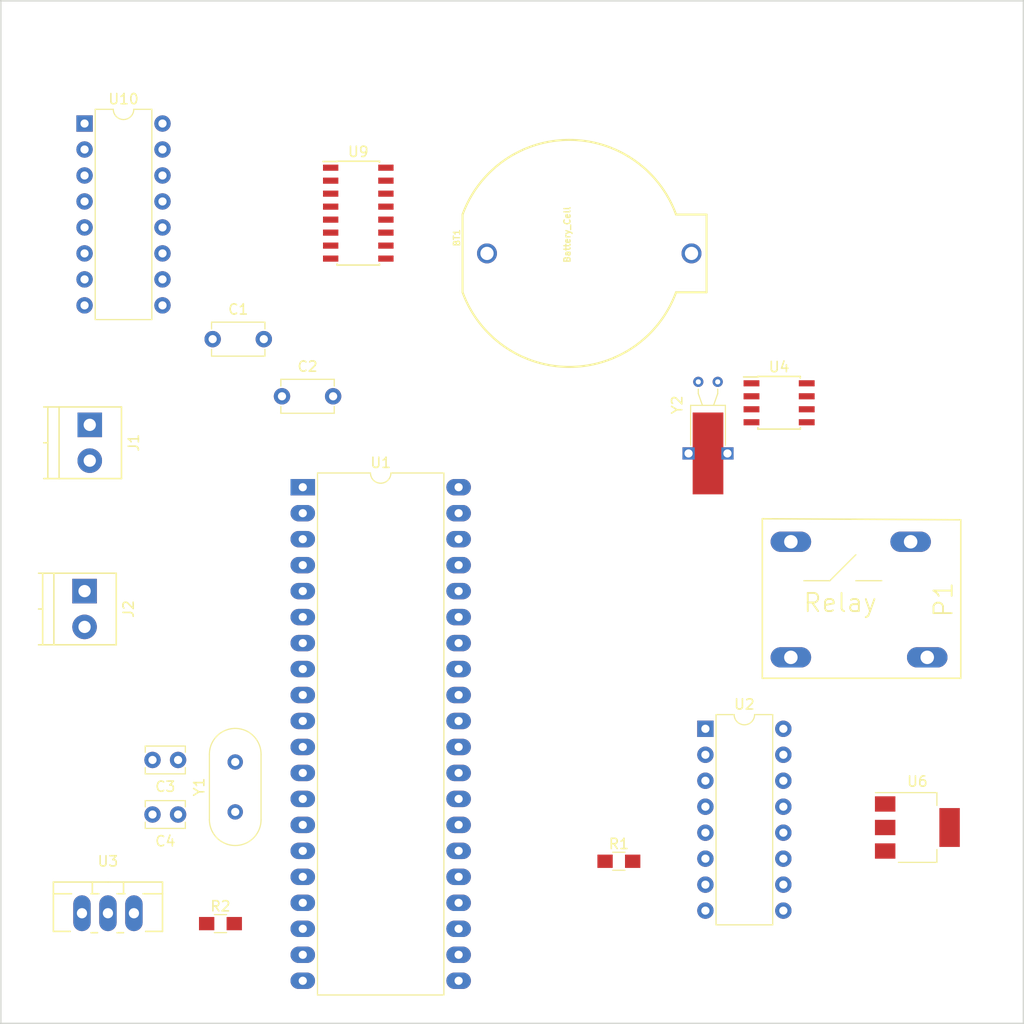
<source format=kicad_pcb>
(kicad_pcb (version 4) (host pcbnew 4.0.7-e2-6376~58~ubuntu16.04.1)

  (general
    (links 39)
    (no_connects 39)
    (area 19.924999 19.924999 120.075001 120.075001)
    (thickness 1.6)
    (drawings 4)
    (tracks 0)
    (zones 0)
    (modules 19)
    (nets 90)
  )

  (page A4)
  (layers
    (0 F.Cu signal)
    (31 B.Cu signal)
    (32 B.Adhes user)
    (33 F.Adhes user)
    (34 B.Paste user)
    (35 F.Paste user)
    (36 B.SilkS user)
    (37 F.SilkS user)
    (38 B.Mask user)
    (39 F.Mask user)
    (40 Dwgs.User user)
    (41 Cmts.User user)
    (42 Eco1.User user)
    (43 Eco2.User user)
    (44 Edge.Cuts user)
    (45 Margin user)
    (46 B.CrtYd user)
    (47 F.CrtYd user)
    (48 B.Fab user)
    (49 F.Fab user)
  )

  (setup
    (last_trace_width 0.6)
    (trace_clearance 0.6)
    (zone_clearance 0.508)
    (zone_45_only yes)
    (trace_min 0.6)
    (segment_width 0.2)
    (edge_width 0.15)
    (via_size 0.6)
    (via_drill 0.4)
    (via_min_size 0.6)
    (via_min_drill 0.3)
    (uvia_size 0.3)
    (uvia_drill 0.1)
    (uvias_allowed no)
    (uvia_min_size 0.2)
    (uvia_min_drill 0.1)
    (pcb_text_width 0.3)
    (pcb_text_size 1.5 1.5)
    (mod_edge_width 0.15)
    (mod_text_size 1 1)
    (mod_text_width 0.15)
    (pad_size 1.524 1.524)
    (pad_drill 0.762)
    (pad_to_mask_clearance 0.2)
    (aux_axis_origin 0 0)
    (visible_elements FFFFFF7F)
    (pcbplotparams
      (layerselection 0x00030_80000001)
      (usegerberextensions false)
      (excludeedgelayer true)
      (linewidth 0.100000)
      (plotframeref false)
      (viasonmask false)
      (mode 1)
      (useauxorigin false)
      (hpglpennumber 1)
      (hpglpenspeed 20)
      (hpglpendiameter 15)
      (hpglpenoverlay 2)
      (psnegative false)
      (psa4output false)
      (plotreference true)
      (plotvalue true)
      (plotinvisibletext false)
      (padsonsilk false)
      (subtractmaskfromsilk false)
      (outputformat 1)
      (mirror false)
      (drillshape 1)
      (scaleselection 1)
      (outputdirectory ""))
  )

  (net 0 "")
  (net 1 "Net-(U1-Pad1)")
  (net 2 "Net-(U1-Pad21)")
  (net 3 "Net-(U1-Pad2)")
  (net 4 "Net-(U1-Pad3)")
  (net 5 "Net-(U1-Pad4)")
  (net 6 "Net-(U1-Pad24)")
  (net 7 "Net-(U1-Pad5)")
  (net 8 "Net-(U1-Pad25)")
  (net 9 "Net-(U1-Pad6)")
  (net 10 "Net-(U1-Pad26)")
  (net 11 "Net-(U1-Pad7)")
  (net 12 "Net-(U1-Pad27)")
  (net 13 "Net-(U1-Pad8)")
  (net 14 "Net-(U1-Pad28)")
  (net 15 "Net-(U1-Pad9)")
  (net 16 "Net-(U1-Pad29)")
  (net 17 "Net-(U1-Pad32)")
  (net 18 "Net-(U1-Pad33)")
  (net 19 "Net-(U1-Pad14)")
  (net 20 "Net-(U1-Pad34)")
  (net 21 "Net-(U1-Pad15)")
  (net 22 "Net-(U1-Pad35)")
  (net 23 "Net-(U1-Pad16)")
  (net 24 "Net-(U1-Pad36)")
  (net 25 "Net-(U1-Pad17)")
  (net 26 "Net-(U1-Pad37)")
  (net 27 "Net-(U1-Pad18)")
  (net 28 "Net-(U1-Pad38)")
  (net 29 "Net-(U1-Pad19)")
  (net 30 "Net-(U1-Pad39)")
  (net 31 "Net-(U1-Pad20)")
  (net 32 "Net-(U1-Pad40)")
  (net 33 "Net-(U2-Pad10)")
  (net 34 "Net-(U2-Pad3)")
  (net 35 "Net-(U2-Pad11)")
  (net 36 "Net-(U2-Pad4)")
  (net 37 "Net-(U2-Pad12)")
  (net 38 "Net-(U2-Pad5)")
  (net 39 "Net-(U2-Pad13)")
  (net 40 "Net-(U2-Pad6)")
  (net 41 "Net-(U2-Pad14)")
  (net 42 "Net-(U2-Pad8)")
  (net 43 "Net-(U2-Pad16)")
  (net 44 "Net-(J1-Pad1)")
  (net 45 "Net-(J1-Pad2)")
  (net 46 "Net-(J2-Pad1)")
  (net 47 "Net-(J2-Pad2)")
  (net 48 "Net-(U2-Pad1)")
  (net 49 "Net-(U2-Pad9)")
  (net 50 "Net-(U2-Pad2)")
  (net 51 "Net-(U2-Pad7)")
  (net 52 "Net-(U2-Pad15)")
  (net 53 GND)
  (net 54 +5VA)
  (net 55 "Net-(C3-Pad1)")
  (net 56 "Net-(C3-Pad2)")
  (net 57 "Net-(C4-Pad1)")
  (net 58 "Net-(P1-Pad1)")
  (net 59 "Net-(P1-Pad2)")
  (net 60 "Net-(P1-Pad3)")
  (net 61 "Net-(P1-Pad4)")
  (net 62 SCL)
  (net 63 SDA)
  (net 64 +12VA)
  (net 65 "Net-(U9-Pad1)")
  (net 66 "Net-(U9-Pad2)")
  (net 67 "Net-(U9-Pad3)")
  (net 68 "Net-(U10-Pad1)")
  (net 69 "Net-(U10-Pad2)")
  (net 70 "Net-(U10-Pad3)")
  (net 71 "Net-(U10-Pad4)")
  (net 72 "Net-(U10-Pad5)")
  (net 73 "Net-(U10-Pad6)")
  (net 74 "Net-(U10-Pad7)")
  (net 75 "Net-(U9-Pad12)")
  (net 76 "Net-(U9-Pad13)")
  (net 77 "Net-(U10-Pad9)")
  (net 78 "Net-(U10-Pad10)")
  (net 79 "Net-(U10-Pad11)")
  (net 80 "Net-(U10-Pad12)")
  (net 81 "Net-(U10-Pad13)")
  (net 82 "Net-(U10-Pad14)")
  (net 83 "Net-(U10-Pad15)")
  (net 84 "Net-(U10-Pad16)")
  (net 85 "Net-(BT1-Pad1)")
  (net 86 "Net-(U4-Pad1)")
  (net 87 "Net-(U4-Pad2)")
  (net 88 "Net-(U4-Pad7)")
  (net 89 +3.3VA)

  (net_class Default "This is the default net class."
    (clearance 0.6)
    (trace_width 0.6)
    (via_dia 0.6)
    (via_drill 0.4)
    (uvia_dia 0.3)
    (uvia_drill 0.1)
    (add_net +12VA)
    (add_net +3.3VA)
    (add_net +5VA)
    (add_net GND)
    (add_net "Net-(BT1-Pad1)")
    (add_net "Net-(C3-Pad1)")
    (add_net "Net-(C3-Pad2)")
    (add_net "Net-(C4-Pad1)")
    (add_net "Net-(J1-Pad1)")
    (add_net "Net-(J1-Pad2)")
    (add_net "Net-(J2-Pad1)")
    (add_net "Net-(J2-Pad2)")
    (add_net "Net-(P1-Pad1)")
    (add_net "Net-(P1-Pad2)")
    (add_net "Net-(P1-Pad3)")
    (add_net "Net-(P1-Pad4)")
    (add_net "Net-(U1-Pad1)")
    (add_net "Net-(U1-Pad14)")
    (add_net "Net-(U1-Pad15)")
    (add_net "Net-(U1-Pad16)")
    (add_net "Net-(U1-Pad17)")
    (add_net "Net-(U1-Pad18)")
    (add_net "Net-(U1-Pad19)")
    (add_net "Net-(U1-Pad2)")
    (add_net "Net-(U1-Pad20)")
    (add_net "Net-(U1-Pad21)")
    (add_net "Net-(U1-Pad24)")
    (add_net "Net-(U1-Pad25)")
    (add_net "Net-(U1-Pad26)")
    (add_net "Net-(U1-Pad27)")
    (add_net "Net-(U1-Pad28)")
    (add_net "Net-(U1-Pad29)")
    (add_net "Net-(U1-Pad3)")
    (add_net "Net-(U1-Pad32)")
    (add_net "Net-(U1-Pad33)")
    (add_net "Net-(U1-Pad34)")
    (add_net "Net-(U1-Pad35)")
    (add_net "Net-(U1-Pad36)")
    (add_net "Net-(U1-Pad37)")
    (add_net "Net-(U1-Pad38)")
    (add_net "Net-(U1-Pad39)")
    (add_net "Net-(U1-Pad4)")
    (add_net "Net-(U1-Pad40)")
    (add_net "Net-(U1-Pad5)")
    (add_net "Net-(U1-Pad6)")
    (add_net "Net-(U1-Pad7)")
    (add_net "Net-(U1-Pad8)")
    (add_net "Net-(U1-Pad9)")
    (add_net "Net-(U10-Pad1)")
    (add_net "Net-(U10-Pad10)")
    (add_net "Net-(U10-Pad11)")
    (add_net "Net-(U10-Pad12)")
    (add_net "Net-(U10-Pad13)")
    (add_net "Net-(U10-Pad14)")
    (add_net "Net-(U10-Pad15)")
    (add_net "Net-(U10-Pad16)")
    (add_net "Net-(U10-Pad2)")
    (add_net "Net-(U10-Pad3)")
    (add_net "Net-(U10-Pad4)")
    (add_net "Net-(U10-Pad5)")
    (add_net "Net-(U10-Pad6)")
    (add_net "Net-(U10-Pad7)")
    (add_net "Net-(U10-Pad9)")
    (add_net "Net-(U2-Pad1)")
    (add_net "Net-(U2-Pad10)")
    (add_net "Net-(U2-Pad11)")
    (add_net "Net-(U2-Pad12)")
    (add_net "Net-(U2-Pad13)")
    (add_net "Net-(U2-Pad14)")
    (add_net "Net-(U2-Pad15)")
    (add_net "Net-(U2-Pad16)")
    (add_net "Net-(U2-Pad2)")
    (add_net "Net-(U2-Pad3)")
    (add_net "Net-(U2-Pad4)")
    (add_net "Net-(U2-Pad5)")
    (add_net "Net-(U2-Pad6)")
    (add_net "Net-(U2-Pad7)")
    (add_net "Net-(U2-Pad8)")
    (add_net "Net-(U2-Pad9)")
    (add_net "Net-(U4-Pad1)")
    (add_net "Net-(U4-Pad2)")
    (add_net "Net-(U4-Pad7)")
    (add_net "Net-(U9-Pad1)")
    (add_net "Net-(U9-Pad12)")
    (add_net "Net-(U9-Pad13)")
    (add_net "Net-(U9-Pad2)")
    (add_net "Net-(U9-Pad3)")
    (add_net SCL)
    (add_net SDA)
  )

  (module Batteries:BATTCOM_20MM_PTH (layer F.Cu) (tedit 200000) (tstamp 5A9FEF28)
    (at 75.692 44.704)
    (descr "20MM (CR2032) COIN CELL BATTERY HOLDER - PTH")
    (tags "20MM (CR2032) COIN CELL BATTERY HOLDER - PTH")
    (path /5A9E7417)
    (attr virtual)
    (fp_text reference BT1 (at -11.0998 -1.524 90) (layer F.SilkS)
      (effects (font (size 0.6096 0.6096) (thickness 0.127)))
    )
    (fp_text value Battery_Cell (at -0.3048 -1.8288 90) (layer F.SilkS)
      (effects (font (size 0.6096 0.6096) (thickness 0.127)))
    )
    (fp_line (start 10.3378 -3.79984) (end 13.31976 -3.79984) (layer F.SilkS) (width 0.2032))
    (fp_line (start 13.31976 -3.79984) (end 13.31976 3.79984) (layer F.SilkS) (width 0.2032))
    (fp_line (start 13.31976 3.79984) (end 10.3378 3.79984) (layer F.SilkS) (width 0.2032))
    (fp_line (start -10.53846 -3.79984) (end -10.53846 3.79984) (layer F.SilkS) (width 0.2032))
    (fp_circle (center 0.05842 -0.09906) (end 0.05842 -10.09904) (layer Dwgs.User) (width 0.127))
    (fp_arc (start -0.09906 0.0127) (end -10.53846 -3.79984) (angle 139.8) (layer F.SilkS) (width 0.2032))
    (fp_arc (start -0.09906 -0.0127) (end 10.3378 3.79984) (angle 139.8) (layer F.SilkS) (width 0.2032))
    (fp_text user + (at 9.2329 0.0635) (layer Dwgs.User)
      (effects (font (size 1.27 1.27) (thickness 0.1016)))
    )
    (fp_text user - (at -5.76326 0.0635) (layer Dwgs.User)
      (effects (font (size 1.27 1.27) (thickness 0.1016)))
    )
    (pad 1 thru_hole circle (at 11.8491 0) (size 1.94818 1.94818) (drill 1.29794) (layers *.Cu *.Mask)
      (net 85 "Net-(BT1-Pad1)") (solder_mask_margin 0.1016))
    (pad 2 thru_hole circle (at -8.14832 0) (size 1.94818 1.94818) (drill 1.29794) (layers *.Cu *.Mask)
      (net 53 GND) (solder_mask_margin 0.1016))
  )

  (module Capacitors_ThroughHole:C_Disc_D5.1mm_W3.2mm_P5.00mm (layer F.Cu) (tedit 597BC7C2) (tstamp 5A9FEF3D)
    (at 40.72 53.086)
    (descr "C, Disc series, Radial, pin pitch=5.00mm, , diameter*width=5.1*3.2mm^2, Capacitor, http://www.vishay.com/docs/45233/krseries.pdf")
    (tags "C Disc series Radial pin pitch 5.00mm  diameter 5.1mm width 3.2mm Capacitor")
    (path /5A84005B)
    (fp_text reference C1 (at 2.5 -2.91) (layer F.SilkS)
      (effects (font (size 1 1) (thickness 0.15)))
    )
    (fp_text value 0.1 (at 2.5 2.91) (layer F.Fab)
      (effects (font (size 1 1) (thickness 0.15)))
    )
    (fp_line (start -0.05 -1.6) (end -0.05 1.6) (layer F.Fab) (width 0.1))
    (fp_line (start -0.05 1.6) (end 5.05 1.6) (layer F.Fab) (width 0.1))
    (fp_line (start 5.05 1.6) (end 5.05 -1.6) (layer F.Fab) (width 0.1))
    (fp_line (start 5.05 -1.6) (end -0.05 -1.6) (layer F.Fab) (width 0.1))
    (fp_line (start -0.11 -1.66) (end 5.11 -1.66) (layer F.SilkS) (width 0.12))
    (fp_line (start -0.11 1.66) (end 5.11 1.66) (layer F.SilkS) (width 0.12))
    (fp_line (start -0.11 -1.66) (end -0.11 -0.996) (layer F.SilkS) (width 0.12))
    (fp_line (start -0.11 0.996) (end -0.11 1.66) (layer F.SilkS) (width 0.12))
    (fp_line (start 5.11 -1.66) (end 5.11 -0.996) (layer F.SilkS) (width 0.12))
    (fp_line (start 5.11 0.996) (end 5.11 1.66) (layer F.SilkS) (width 0.12))
    (fp_line (start -1.05 -1.95) (end -1.05 1.95) (layer F.CrtYd) (width 0.05))
    (fp_line (start -1.05 1.95) (end 6.05 1.95) (layer F.CrtYd) (width 0.05))
    (fp_line (start 6.05 1.95) (end 6.05 -1.95) (layer F.CrtYd) (width 0.05))
    (fp_line (start 6.05 -1.95) (end -1.05 -1.95) (layer F.CrtYd) (width 0.05))
    (fp_text user %R (at 2.5 0) (layer F.Fab)
      (effects (font (size 1 1) (thickness 0.15)))
    )
    (pad 1 thru_hole circle (at 0 0) (size 1.6 1.6) (drill 0.8) (layers *.Cu *.Mask)
      (net 53 GND))
    (pad 2 thru_hole circle (at 5 0) (size 1.6 1.6) (drill 0.8) (layers *.Cu *.Mask)
      (net 54 +5VA))
    (model ${KISYS3DMOD}/Capacitors_THT.3dshapes/C_Disc_D5.1mm_W3.2mm_P5.00mm.wrl
      (at (xyz 0 0 0))
      (scale (xyz 1 1 1))
      (rotate (xyz 0 0 0))
    )
  )

  (module Capacitors_ThroughHole:C_Disc_D5.1mm_W3.2mm_P5.00mm (layer F.Cu) (tedit 597BC7C2) (tstamp 5A9FEF52)
    (at 47.498 58.674)
    (descr "C, Disc series, Radial, pin pitch=5.00mm, , diameter*width=5.1*3.2mm^2, Capacitor, http://www.vishay.com/docs/45233/krseries.pdf")
    (tags "C Disc series Radial pin pitch 5.00mm  diameter 5.1mm width 3.2mm Capacitor")
    (path /5A840246)
    (fp_text reference C2 (at 2.5 -2.91) (layer F.SilkS)
      (effects (font (size 1 1) (thickness 0.15)))
    )
    (fp_text value 0.1 (at 2.5 2.91) (layer F.Fab)
      (effects (font (size 1 1) (thickness 0.15)))
    )
    (fp_line (start -0.05 -1.6) (end -0.05 1.6) (layer F.Fab) (width 0.1))
    (fp_line (start -0.05 1.6) (end 5.05 1.6) (layer F.Fab) (width 0.1))
    (fp_line (start 5.05 1.6) (end 5.05 -1.6) (layer F.Fab) (width 0.1))
    (fp_line (start 5.05 -1.6) (end -0.05 -1.6) (layer F.Fab) (width 0.1))
    (fp_line (start -0.11 -1.66) (end 5.11 -1.66) (layer F.SilkS) (width 0.12))
    (fp_line (start -0.11 1.66) (end 5.11 1.66) (layer F.SilkS) (width 0.12))
    (fp_line (start -0.11 -1.66) (end -0.11 -0.996) (layer F.SilkS) (width 0.12))
    (fp_line (start -0.11 0.996) (end -0.11 1.66) (layer F.SilkS) (width 0.12))
    (fp_line (start 5.11 -1.66) (end 5.11 -0.996) (layer F.SilkS) (width 0.12))
    (fp_line (start 5.11 0.996) (end 5.11 1.66) (layer F.SilkS) (width 0.12))
    (fp_line (start -1.05 -1.95) (end -1.05 1.95) (layer F.CrtYd) (width 0.05))
    (fp_line (start -1.05 1.95) (end 6.05 1.95) (layer F.CrtYd) (width 0.05))
    (fp_line (start 6.05 1.95) (end 6.05 -1.95) (layer F.CrtYd) (width 0.05))
    (fp_line (start 6.05 -1.95) (end -1.05 -1.95) (layer F.CrtYd) (width 0.05))
    (fp_text user %R (at 2.5 0) (layer F.Fab)
      (effects (font (size 1 1) (thickness 0.15)))
    )
    (pad 1 thru_hole circle (at 0 0) (size 1.6 1.6) (drill 0.8) (layers *.Cu *.Mask)
      (net 54 +5VA))
    (pad 2 thru_hole circle (at 5 0) (size 1.6 1.6) (drill 0.8) (layers *.Cu *.Mask)
      (net 53 GND))
    (model ${KISYS3DMOD}/Capacitors_THT.3dshapes/C_Disc_D5.1mm_W3.2mm_P5.00mm.wrl
      (at (xyz 0 0 0))
      (scale (xyz 1 1 1))
      (rotate (xyz 0 0 0))
    )
  )

  (module Capacitors_ThroughHole:C_Disc_D3.8mm_W2.6mm_P2.50mm (layer F.Cu) (tedit 597BC7C2) (tstamp 5A9FEF67)
    (at 37.338 94.234 180)
    (descr "C, Disc series, Radial, pin pitch=2.50mm, , diameter*width=3.8*2.6mm^2, Capacitor, http://www.vishay.com/docs/45233/krseries.pdf")
    (tags "C Disc series Radial pin pitch 2.50mm  diameter 3.8mm width 2.6mm Capacitor")
    (path /5A8C1EE1)
    (fp_text reference C3 (at 1.25 -2.61 180) (layer F.SilkS)
      (effects (font (size 1 1) (thickness 0.15)))
    )
    (fp_text value 0.1 (at 1.25 2.61 180) (layer F.Fab)
      (effects (font (size 1 1) (thickness 0.15)))
    )
    (fp_line (start -0.65 -1.3) (end -0.65 1.3) (layer F.Fab) (width 0.1))
    (fp_line (start -0.65 1.3) (end 3.15 1.3) (layer F.Fab) (width 0.1))
    (fp_line (start 3.15 1.3) (end 3.15 -1.3) (layer F.Fab) (width 0.1))
    (fp_line (start 3.15 -1.3) (end -0.65 -1.3) (layer F.Fab) (width 0.1))
    (fp_line (start -0.71 -1.36) (end 3.21 -1.36) (layer F.SilkS) (width 0.12))
    (fp_line (start -0.71 1.36) (end 3.21 1.36) (layer F.SilkS) (width 0.12))
    (fp_line (start -0.71 -1.36) (end -0.71 -0.75) (layer F.SilkS) (width 0.12))
    (fp_line (start -0.71 0.75) (end -0.71 1.36) (layer F.SilkS) (width 0.12))
    (fp_line (start 3.21 -1.36) (end 3.21 -0.75) (layer F.SilkS) (width 0.12))
    (fp_line (start 3.21 0.75) (end 3.21 1.36) (layer F.SilkS) (width 0.12))
    (fp_line (start -1.05 -1.65) (end -1.05 1.65) (layer F.CrtYd) (width 0.05))
    (fp_line (start -1.05 1.65) (end 3.55 1.65) (layer F.CrtYd) (width 0.05))
    (fp_line (start 3.55 1.65) (end 3.55 -1.65) (layer F.CrtYd) (width 0.05))
    (fp_line (start 3.55 -1.65) (end -1.05 -1.65) (layer F.CrtYd) (width 0.05))
    (fp_text user %R (at 1.25 0 180) (layer F.Fab)
      (effects (font (size 1 1) (thickness 0.15)))
    )
    (pad 1 thru_hole circle (at 0 0 180) (size 1.6 1.6) (drill 0.8) (layers *.Cu *.Mask)
      (net 55 "Net-(C3-Pad1)"))
    (pad 2 thru_hole circle (at 2.5 0 180) (size 1.6 1.6) (drill 0.8) (layers *.Cu *.Mask)
      (net 56 "Net-(C3-Pad2)"))
    (model ${KISYS3DMOD}/Capacitors_THT.3dshapes/C_Disc_D3.8mm_W2.6mm_P2.50mm.wrl
      (at (xyz 0 0 0))
      (scale (xyz 1 1 1))
      (rotate (xyz 0 0 0))
    )
  )

  (module Capacitors_ThroughHole:C_Disc_D3.8mm_W2.6mm_P2.50mm (layer F.Cu) (tedit 597BC7C2) (tstamp 5A9FEF7C)
    (at 37.338 99.568 180)
    (descr "C, Disc series, Radial, pin pitch=2.50mm, , diameter*width=3.8*2.6mm^2, Capacitor, http://www.vishay.com/docs/45233/krseries.pdf")
    (tags "C Disc series Radial pin pitch 2.50mm  diameter 3.8mm width 2.6mm Capacitor")
    (path /5A8C1E70)
    (fp_text reference C4 (at 1.25 -2.61 180) (layer F.SilkS)
      (effects (font (size 1 1) (thickness 0.15)))
    )
    (fp_text value 0.1 (at 1.25 2.61 180) (layer F.Fab)
      (effects (font (size 1 1) (thickness 0.15)))
    )
    (fp_line (start -0.65 -1.3) (end -0.65 1.3) (layer F.Fab) (width 0.1))
    (fp_line (start -0.65 1.3) (end 3.15 1.3) (layer F.Fab) (width 0.1))
    (fp_line (start 3.15 1.3) (end 3.15 -1.3) (layer F.Fab) (width 0.1))
    (fp_line (start 3.15 -1.3) (end -0.65 -1.3) (layer F.Fab) (width 0.1))
    (fp_line (start -0.71 -1.36) (end 3.21 -1.36) (layer F.SilkS) (width 0.12))
    (fp_line (start -0.71 1.36) (end 3.21 1.36) (layer F.SilkS) (width 0.12))
    (fp_line (start -0.71 -1.36) (end -0.71 -0.75) (layer F.SilkS) (width 0.12))
    (fp_line (start -0.71 0.75) (end -0.71 1.36) (layer F.SilkS) (width 0.12))
    (fp_line (start 3.21 -1.36) (end 3.21 -0.75) (layer F.SilkS) (width 0.12))
    (fp_line (start 3.21 0.75) (end 3.21 1.36) (layer F.SilkS) (width 0.12))
    (fp_line (start -1.05 -1.65) (end -1.05 1.65) (layer F.CrtYd) (width 0.05))
    (fp_line (start -1.05 1.65) (end 3.55 1.65) (layer F.CrtYd) (width 0.05))
    (fp_line (start 3.55 1.65) (end 3.55 -1.65) (layer F.CrtYd) (width 0.05))
    (fp_line (start 3.55 -1.65) (end -1.05 -1.65) (layer F.CrtYd) (width 0.05))
    (fp_text user %R (at 0.358 -0.535001 180) (layer F.Fab)
      (effects (font (size 1 1) (thickness 0.15)))
    )
    (pad 1 thru_hole circle (at 0 0 180) (size 1.6 1.6) (drill 0.8) (layers *.Cu *.Mask)
      (net 57 "Net-(C4-Pad1)"))
    (pad 2 thru_hole circle (at 2.5 0 180) (size 1.6 1.6) (drill 0.8) (layers *.Cu *.Mask)
      (net 56 "Net-(C3-Pad2)"))
    (model ${KISYS3DMOD}/Capacitors_THT.3dshapes/C_Disc_D3.8mm_W2.6mm_P2.50mm.wrl
      (at (xyz 0 0 0))
      (scale (xyz 1 1 1))
      (rotate (xyz 0 0 0))
    )
  )

  (module mih-library:Relay-841-1A (layer F.Cu) (tedit 200000) (tstamp 5A9FF057)
    (at 101.066 79.248)
    (descr RELAY)
    (tags RELAY)
    (path /5A8C230C)
    (attr virtual)
    (fp_text reference P1 (at 11.1 -0.6858 90) (layer F.SilkS)
      (effects (font (size 1.778 1.778) (thickness 0.1778)))
    )
    (fp_text value Relay (at 1.016 -0.381 180) (layer F.SilkS)
      (effects (font (size 1.778 1.778) (thickness 0.1778)))
    )
    (fp_line (start -6.6 7) (end 12.8 7) (layer F.SilkS) (width 0.1524))
    (fp_line (start 12.8 -8.5) (end 12.8 7) (layer F.SilkS) (width 0.1524))
    (fp_line (start 12.8 -8.5) (end -6.6 -8.6) (layer F.SilkS) (width 0.1524))
    (fp_line (start -6.6 7) (end -6.6 -8.6) (layer F.SilkS) (width 0.1524))
    (fp_line (start -2.54 -2.54) (end 0 -2.54) (layer F.SilkS) (width 0.127))
    (fp_line (start 0 -2.54) (end 2.54 -5.08) (layer F.SilkS) (width 0.127))
    (fp_line (start 2.54 -2.54) (end 5.08 -2.54) (layer F.SilkS) (width 0.127))
    (pad 1 thru_hole oval (at -3.81 4.953 90) (size 1.9812 3.9624) (drill 1.3208) (layers *.Cu *.Paste *.Mask)
      (net 58 "Net-(P1-Pad1)"))
    (pad 2 thru_hole oval (at 9.525 4.953 90) (size 1.9812 3.9624) (drill 1.3208) (layers *.Cu *.Paste *.Mask)
      (net 59 "Net-(P1-Pad2)"))
    (pad 3 thru_hole oval (at -3.81 -6.35 270) (size 1.9812 3.9624) (drill 1.3208) (layers *.Cu *.Paste *.Mask)
      (net 60 "Net-(P1-Pad3)"))
    (pad 4 thru_hole oval (at 7.9 -6.35 90) (size 1.9812 3.9624) (drill 1.3208) (layers *.Cu *.Paste *.Mask)
      (net 61 "Net-(P1-Pad4)"))
    (model /home/mih/develop/pcb/models3d/relay-831-1.wrl
      (at (xyz 0.4037 -0.2037 0))
      (scale (xyz 0.3937 0.3937 0.3937))
      (rotate (xyz 0 0 180))
    )
  )

  (module Resistors_SMD:R_0805_HandSoldering (layer F.Cu) (tedit 58E0A804) (tstamp 5A9FF068)
    (at 80.438 104.14)
    (descr "Resistor SMD 0805, hand soldering")
    (tags "resistor 0805")
    (path /5A8D4819)
    (attr smd)
    (fp_text reference R1 (at 0 -1.7) (layer F.SilkS)
      (effects (font (size 1 1) (thickness 0.15)))
    )
    (fp_text value 4k7 (at 0 1.75) (layer F.Fab)
      (effects (font (size 1 1) (thickness 0.15)))
    )
    (fp_text user %R (at 0 0) (layer F.Fab)
      (effects (font (size 0.5 0.5) (thickness 0.075)))
    )
    (fp_line (start -1 0.62) (end -1 -0.62) (layer F.Fab) (width 0.1))
    (fp_line (start 1 0.62) (end -1 0.62) (layer F.Fab) (width 0.1))
    (fp_line (start 1 -0.62) (end 1 0.62) (layer F.Fab) (width 0.1))
    (fp_line (start -1 -0.62) (end 1 -0.62) (layer F.Fab) (width 0.1))
    (fp_line (start 0.6 0.88) (end -0.6 0.88) (layer F.SilkS) (width 0.12))
    (fp_line (start -0.6 -0.88) (end 0.6 -0.88) (layer F.SilkS) (width 0.12))
    (fp_line (start -2.35 -0.9) (end 2.35 -0.9) (layer F.CrtYd) (width 0.05))
    (fp_line (start -2.35 -0.9) (end -2.35 0.9) (layer F.CrtYd) (width 0.05))
    (fp_line (start 2.35 0.9) (end 2.35 -0.9) (layer F.CrtYd) (width 0.05))
    (fp_line (start 2.35 0.9) (end -2.35 0.9) (layer F.CrtYd) (width 0.05))
    (pad 1 smd rect (at -1.35 0) (size 1.5 1.3) (layers F.Cu F.Paste F.Mask)
      (net 54 +5VA))
    (pad 2 smd rect (at 1.35 0) (size 1.5 1.3) (layers F.Cu F.Paste F.Mask)
      (net 63 SDA))
    (model ${KISYS3DMOD}/Resistors_SMD.3dshapes/R_0805.wrl
      (at (xyz 0 0 0))
      (scale (xyz 1 1 1))
      (rotate (xyz 0 0 0))
    )
  )

  (module Resistors_SMD:R_0805_HandSoldering (layer F.Cu) (tedit 58E0A804) (tstamp 5A9FF079)
    (at 41.482 110.236)
    (descr "Resistor SMD 0805, hand soldering")
    (tags "resistor 0805")
    (path /5A8D4900)
    (attr smd)
    (fp_text reference R2 (at 0 -1.7) (layer F.SilkS)
      (effects (font (size 1 1) (thickness 0.15)))
    )
    (fp_text value 4k7 (at 0 1.75) (layer F.Fab)
      (effects (font (size 1 1) (thickness 0.15)))
    )
    (fp_text user %R (at 0 0) (layer F.Fab)
      (effects (font (size 0.5 0.5) (thickness 0.075)))
    )
    (fp_line (start -1 0.62) (end -1 -0.62) (layer F.Fab) (width 0.1))
    (fp_line (start 1 0.62) (end -1 0.62) (layer F.Fab) (width 0.1))
    (fp_line (start 1 -0.62) (end 1 0.62) (layer F.Fab) (width 0.1))
    (fp_line (start -1 -0.62) (end 1 -0.62) (layer F.Fab) (width 0.1))
    (fp_line (start 0.6 0.88) (end -0.6 0.88) (layer F.SilkS) (width 0.12))
    (fp_line (start -0.6 -0.88) (end 0.6 -0.88) (layer F.SilkS) (width 0.12))
    (fp_line (start -2.35 -0.9) (end 2.35 -0.9) (layer F.CrtYd) (width 0.05))
    (fp_line (start -2.35 -0.9) (end -2.35 0.9) (layer F.CrtYd) (width 0.05))
    (fp_line (start 2.35 0.9) (end 2.35 -0.9) (layer F.CrtYd) (width 0.05))
    (fp_line (start 2.35 0.9) (end -2.35 0.9) (layer F.CrtYd) (width 0.05))
    (pad 1 smd rect (at -1.35 0) (size 1.5 1.3) (layers F.Cu F.Paste F.Mask)
      (net 54 +5VA))
    (pad 2 smd rect (at 1.35 0) (size 1.5 1.3) (layers F.Cu F.Paste F.Mask)
      (net 62 SCL))
    (model ${KISYS3DMOD}/Resistors_SMD.3dshapes/R_0805.wrl
      (at (xyz 0 0 0))
      (scale (xyz 1 1 1))
      (rotate (xyz 0 0 0))
    )
  )

  (module Housings_DIP:DIP-40_W15.24mm_LongPads (layer F.Cu) (tedit 58CC8E30) (tstamp 5A9FF0B5)
    (at 49.53 67.564)
    (descr "40-lead dip package, row spacing 15.24 mm (600 mils), LongPads")
    (tags "DIL DIP PDIP 2.54mm 15.24mm 600mil LongPads")
    (path /5A83EEC5)
    (fp_text reference U1 (at 7.62 -2.39) (layer F.SilkS)
      (effects (font (size 1 1) (thickness 0.15)))
    )
    (fp_text value ATMEGA16-16PU (at 7.62 50.65) (layer F.Fab)
      (effects (font (size 1 1) (thickness 0.15)))
    )
    (fp_text user %R (at 7.62 24.13) (layer F.Fab)
      (effects (font (size 1 1) (thickness 0.15)))
    )
    (fp_line (start 1.255 -1.27) (end 14.985 -1.27) (layer F.Fab) (width 0.1))
    (fp_line (start 14.985 -1.27) (end 14.985 49.53) (layer F.Fab) (width 0.1))
    (fp_line (start 14.985 49.53) (end 0.255 49.53) (layer F.Fab) (width 0.1))
    (fp_line (start 0.255 49.53) (end 0.255 -0.27) (layer F.Fab) (width 0.1))
    (fp_line (start 0.255 -0.27) (end 1.255 -1.27) (layer F.Fab) (width 0.1))
    (fp_line (start 6.62 -1.39) (end 1.44 -1.39) (layer F.SilkS) (width 0.12))
    (fp_line (start 1.44 -1.39) (end 1.44 49.65) (layer F.SilkS) (width 0.12))
    (fp_line (start 1.44 49.65) (end 13.8 49.65) (layer F.SilkS) (width 0.12))
    (fp_line (start 13.8 49.65) (end 13.8 -1.39) (layer F.SilkS) (width 0.12))
    (fp_line (start 13.8 -1.39) (end 8.62 -1.39) (layer F.SilkS) (width 0.12))
    (fp_line (start -1.5 -1.6) (end -1.5 49.8) (layer F.CrtYd) (width 0.05))
    (fp_line (start -1.5 49.8) (end 16.7 49.8) (layer F.CrtYd) (width 0.05))
    (fp_line (start 16.7 49.8) (end 16.7 -1.6) (layer F.CrtYd) (width 0.05))
    (fp_line (start 16.7 -1.6) (end -1.5 -1.6) (layer F.CrtYd) (width 0.05))
    (fp_arc (start 7.62 -1.39) (end 6.62 -1.39) (angle -180) (layer F.SilkS) (width 0.12))
    (pad 1 thru_hole rect (at 0 0) (size 2.4 1.6) (drill 0.8) (layers *.Cu *.Mask)
      (net 1 "Net-(U1-Pad1)"))
    (pad 21 thru_hole oval (at 15.24 48.26) (size 2.4 1.6) (drill 0.8) (layers *.Cu *.Mask)
      (net 2 "Net-(U1-Pad21)"))
    (pad 2 thru_hole oval (at 0 2.54) (size 2.4 1.6) (drill 0.8) (layers *.Cu *.Mask)
      (net 3 "Net-(U1-Pad2)"))
    (pad 22 thru_hole oval (at 15.24 45.72) (size 2.4 1.6) (drill 0.8) (layers *.Cu *.Mask)
      (net 62 SCL))
    (pad 3 thru_hole oval (at 0 5.08) (size 2.4 1.6) (drill 0.8) (layers *.Cu *.Mask)
      (net 4 "Net-(U1-Pad3)"))
    (pad 23 thru_hole oval (at 15.24 43.18) (size 2.4 1.6) (drill 0.8) (layers *.Cu *.Mask)
      (net 63 SDA))
    (pad 4 thru_hole oval (at 0 7.62) (size 2.4 1.6) (drill 0.8) (layers *.Cu *.Mask)
      (net 5 "Net-(U1-Pad4)"))
    (pad 24 thru_hole oval (at 15.24 40.64) (size 2.4 1.6) (drill 0.8) (layers *.Cu *.Mask)
      (net 6 "Net-(U1-Pad24)"))
    (pad 5 thru_hole oval (at 0 10.16) (size 2.4 1.6) (drill 0.8) (layers *.Cu *.Mask)
      (net 7 "Net-(U1-Pad5)"))
    (pad 25 thru_hole oval (at 15.24 38.1) (size 2.4 1.6) (drill 0.8) (layers *.Cu *.Mask)
      (net 8 "Net-(U1-Pad25)"))
    (pad 6 thru_hole oval (at 0 12.7) (size 2.4 1.6) (drill 0.8) (layers *.Cu *.Mask)
      (net 9 "Net-(U1-Pad6)"))
    (pad 26 thru_hole oval (at 15.24 35.56) (size 2.4 1.6) (drill 0.8) (layers *.Cu *.Mask)
      (net 10 "Net-(U1-Pad26)"))
    (pad 7 thru_hole oval (at 0 15.24) (size 2.4 1.6) (drill 0.8) (layers *.Cu *.Mask)
      (net 11 "Net-(U1-Pad7)"))
    (pad 27 thru_hole oval (at 15.24 33.02) (size 2.4 1.6) (drill 0.8) (layers *.Cu *.Mask)
      (net 12 "Net-(U1-Pad27)"))
    (pad 8 thru_hole oval (at 0 17.78) (size 2.4 1.6) (drill 0.8) (layers *.Cu *.Mask)
      (net 13 "Net-(U1-Pad8)"))
    (pad 28 thru_hole oval (at 15.24 30.48) (size 2.4 1.6) (drill 0.8) (layers *.Cu *.Mask)
      (net 14 "Net-(U1-Pad28)"))
    (pad 9 thru_hole oval (at 0 20.32) (size 2.4 1.6) (drill 0.8) (layers *.Cu *.Mask)
      (net 15 "Net-(U1-Pad9)"))
    (pad 29 thru_hole oval (at 15.24 27.94) (size 2.4 1.6) (drill 0.8) (layers *.Cu *.Mask)
      (net 16 "Net-(U1-Pad29)"))
    (pad 10 thru_hole oval (at 0 22.86) (size 2.4 1.6) (drill 0.8) (layers *.Cu *.Mask)
      (net 54 +5VA))
    (pad 30 thru_hole oval (at 15.24 25.4) (size 2.4 1.6) (drill 0.8) (layers *.Cu *.Mask)
      (net 54 +5VA))
    (pad 11 thru_hole oval (at 0 25.4) (size 2.4 1.6) (drill 0.8) (layers *.Cu *.Mask)
      (net 53 GND))
    (pad 31 thru_hole oval (at 15.24 22.86) (size 2.4 1.6) (drill 0.8) (layers *.Cu *.Mask)
      (net 53 GND))
    (pad 12 thru_hole oval (at 0 27.94) (size 2.4 1.6) (drill 0.8) (layers *.Cu *.Mask)
      (net 55 "Net-(C3-Pad1)"))
    (pad 32 thru_hole oval (at 15.24 20.32) (size 2.4 1.6) (drill 0.8) (layers *.Cu *.Mask)
      (net 17 "Net-(U1-Pad32)"))
    (pad 13 thru_hole oval (at 0 30.48) (size 2.4 1.6) (drill 0.8) (layers *.Cu *.Mask)
      (net 57 "Net-(C4-Pad1)"))
    (pad 33 thru_hole oval (at 15.24 17.78) (size 2.4 1.6) (drill 0.8) (layers *.Cu *.Mask)
      (net 18 "Net-(U1-Pad33)"))
    (pad 14 thru_hole oval (at 0 33.02) (size 2.4 1.6) (drill 0.8) (layers *.Cu *.Mask)
      (net 19 "Net-(U1-Pad14)"))
    (pad 34 thru_hole oval (at 15.24 15.24) (size 2.4 1.6) (drill 0.8) (layers *.Cu *.Mask)
      (net 20 "Net-(U1-Pad34)"))
    (pad 15 thru_hole oval (at 0 35.56) (size 2.4 1.6) (drill 0.8) (layers *.Cu *.Mask)
      (net 21 "Net-(U1-Pad15)"))
    (pad 35 thru_hole oval (at 15.24 12.7) (size 2.4 1.6) (drill 0.8) (layers *.Cu *.Mask)
      (net 22 "Net-(U1-Pad35)"))
    (pad 16 thru_hole oval (at 0 38.1) (size 2.4 1.6) (drill 0.8) (layers *.Cu *.Mask)
      (net 23 "Net-(U1-Pad16)"))
    (pad 36 thru_hole oval (at 15.24 10.16) (size 2.4 1.6) (drill 0.8) (layers *.Cu *.Mask)
      (net 24 "Net-(U1-Pad36)"))
    (pad 17 thru_hole oval (at 0 40.64) (size 2.4 1.6) (drill 0.8) (layers *.Cu *.Mask)
      (net 25 "Net-(U1-Pad17)"))
    (pad 37 thru_hole oval (at 15.24 7.62) (size 2.4 1.6) (drill 0.8) (layers *.Cu *.Mask)
      (net 26 "Net-(U1-Pad37)"))
    (pad 18 thru_hole oval (at 0 43.18) (size 2.4 1.6) (drill 0.8) (layers *.Cu *.Mask)
      (net 27 "Net-(U1-Pad18)"))
    (pad 38 thru_hole oval (at 15.24 5.08) (size 2.4 1.6) (drill 0.8) (layers *.Cu *.Mask)
      (net 28 "Net-(U1-Pad38)"))
    (pad 19 thru_hole oval (at 0 45.72) (size 2.4 1.6) (drill 0.8) (layers *.Cu *.Mask)
      (net 29 "Net-(U1-Pad19)"))
    (pad 39 thru_hole oval (at 15.24 2.54) (size 2.4 1.6) (drill 0.8) (layers *.Cu *.Mask)
      (net 30 "Net-(U1-Pad39)"))
    (pad 20 thru_hole oval (at 0 48.26) (size 2.4 1.6) (drill 0.8) (layers *.Cu *.Mask)
      (net 31 "Net-(U1-Pad20)"))
    (pad 40 thru_hole oval (at 15.24 0) (size 2.4 1.6) (drill 0.8) (layers *.Cu *.Mask)
      (net 32 "Net-(U1-Pad40)"))
    (model ${KISYS3DMOD}/Housings_DIP.3dshapes/DIP-40_W15.24mm_LongPads.wrl
      (at (xyz 0 0 0))
      (scale (xyz 1 1 1))
      (rotate (xyz 0 0 0))
    )
  )

  (module Housings_DIP:DIP-16_W7.62mm (layer F.Cu) (tedit 58CC8E2D) (tstamp 5A9FF0D9)
    (at 88.9 91.186)
    (descr "16-lead dip package, row spacing 7.62 mm (300 mils)")
    (tags "DIL DIP PDIP 2.54mm 7.62mm 300mil")
    (path /5A83F06D)
    (fp_text reference U2 (at 3.81 -2.39) (layer F.SilkS)
      (effects (font (size 1 1) (thickness 0.15)))
    )
    (fp_text value L293D (at 3.81 20.17) (layer F.Fab)
      (effects (font (size 1 1) (thickness 0.15)))
    )
    (fp_text user %R (at 3.81 8.89) (layer F.Fab)
      (effects (font (size 1 1) (thickness 0.15)))
    )
    (fp_line (start 1.635 -1.27) (end 6.985 -1.27) (layer F.Fab) (width 0.1))
    (fp_line (start 6.985 -1.27) (end 6.985 19.05) (layer F.Fab) (width 0.1))
    (fp_line (start 6.985 19.05) (end 0.635 19.05) (layer F.Fab) (width 0.1))
    (fp_line (start 0.635 19.05) (end 0.635 -0.27) (layer F.Fab) (width 0.1))
    (fp_line (start 0.635 -0.27) (end 1.635 -1.27) (layer F.Fab) (width 0.1))
    (fp_line (start 2.81 -1.39) (end 1.04 -1.39) (layer F.SilkS) (width 0.12))
    (fp_line (start 1.04 -1.39) (end 1.04 19.17) (layer F.SilkS) (width 0.12))
    (fp_line (start 1.04 19.17) (end 6.58 19.17) (layer F.SilkS) (width 0.12))
    (fp_line (start 6.58 19.17) (end 6.58 -1.39) (layer F.SilkS) (width 0.12))
    (fp_line (start 6.58 -1.39) (end 4.81 -1.39) (layer F.SilkS) (width 0.12))
    (fp_line (start -1.1 -1.6) (end -1.1 19.3) (layer F.CrtYd) (width 0.05))
    (fp_line (start -1.1 19.3) (end 8.7 19.3) (layer F.CrtYd) (width 0.05))
    (fp_line (start 8.7 19.3) (end 8.7 -1.6) (layer F.CrtYd) (width 0.05))
    (fp_line (start 8.7 -1.6) (end -1.1 -1.6) (layer F.CrtYd) (width 0.05))
    (fp_arc (start 3.81 -1.39) (end 2.81 -1.39) (angle -180) (layer F.SilkS) (width 0.12))
    (pad 1 thru_hole rect (at 0 0) (size 1.6 1.6) (drill 0.8) (layers *.Cu *.Mask)
      (net 48 "Net-(U2-Pad1)"))
    (pad 9 thru_hole oval (at 7.62 17.78) (size 1.6 1.6) (drill 0.8) (layers *.Cu *.Mask)
      (net 49 "Net-(U2-Pad9)"))
    (pad 2 thru_hole oval (at 0 2.54) (size 1.6 1.6) (drill 0.8) (layers *.Cu *.Mask)
      (net 50 "Net-(U2-Pad2)"))
    (pad 10 thru_hole oval (at 7.62 15.24) (size 1.6 1.6) (drill 0.8) (layers *.Cu *.Mask)
      (net 33 "Net-(U2-Pad10)"))
    (pad 3 thru_hole oval (at 0 5.08) (size 1.6 1.6) (drill 0.8) (layers *.Cu *.Mask)
      (net 34 "Net-(U2-Pad3)"))
    (pad 11 thru_hole oval (at 7.62 12.7) (size 1.6 1.6) (drill 0.8) (layers *.Cu *.Mask)
      (net 35 "Net-(U2-Pad11)"))
    (pad 4 thru_hole oval (at 0 7.62) (size 1.6 1.6) (drill 0.8) (layers *.Cu *.Mask)
      (net 36 "Net-(U2-Pad4)"))
    (pad 12 thru_hole oval (at 7.62 10.16) (size 1.6 1.6) (drill 0.8) (layers *.Cu *.Mask)
      (net 37 "Net-(U2-Pad12)"))
    (pad 5 thru_hole oval (at 0 10.16) (size 1.6 1.6) (drill 0.8) (layers *.Cu *.Mask)
      (net 38 "Net-(U2-Pad5)"))
    (pad 13 thru_hole oval (at 7.62 7.62) (size 1.6 1.6) (drill 0.8) (layers *.Cu *.Mask)
      (net 39 "Net-(U2-Pad13)"))
    (pad 6 thru_hole oval (at 0 12.7) (size 1.6 1.6) (drill 0.8) (layers *.Cu *.Mask)
      (net 40 "Net-(U2-Pad6)"))
    (pad 14 thru_hole oval (at 7.62 5.08) (size 1.6 1.6) (drill 0.8) (layers *.Cu *.Mask)
      (net 41 "Net-(U2-Pad14)"))
    (pad 7 thru_hole oval (at 0 15.24) (size 1.6 1.6) (drill 0.8) (layers *.Cu *.Mask)
      (net 51 "Net-(U2-Pad7)"))
    (pad 15 thru_hole oval (at 7.62 2.54) (size 1.6 1.6) (drill 0.8) (layers *.Cu *.Mask)
      (net 52 "Net-(U2-Pad15)"))
    (pad 8 thru_hole oval (at 0 17.78) (size 1.6 1.6) (drill 0.8) (layers *.Cu *.Mask)
      (net 42 "Net-(U2-Pad8)"))
    (pad 16 thru_hole oval (at 7.62 0) (size 1.6 1.6) (drill 0.8) (layers *.Cu *.Mask)
      (net 43 "Net-(U2-Pad16)"))
    (model ${KISYS3DMOD}/Housings_DIP.3dshapes/DIP-16_W7.62mm.wrl
      (at (xyz 0 0 0))
      (scale (xyz 1 1 1))
      (rotate (xyz 0 0 0))
    )
  )

  (module TO_SOT_Packages_THT:TO-220_Neutral123_Vertical_LargePads (layer F.Cu) (tedit 0) (tstamp 5A9FF0F1)
    (at 30.48 109.22)
    (descr "TO-220, Neutral, Vertical, Large Pads,")
    (tags "TO-220, Neutral, Vertical, Large Pads,")
    (path /5A840B60)
    (fp_text reference U3 (at 0 -5.08) (layer F.SilkS)
      (effects (font (size 1 1) (thickness 0.15)))
    )
    (fp_text value L7805 (at 0 3.81) (layer F.Fab)
      (effects (font (size 1 1) (thickness 0.15)))
    )
    (fp_line (start 5.334 -1.905) (end 3.429 -1.905) (layer F.SilkS) (width 0.15))
    (fp_line (start 0.889 -1.905) (end 1.651 -1.905) (layer F.SilkS) (width 0.15))
    (fp_line (start -1.524 -1.905) (end -1.651 -1.905) (layer F.SilkS) (width 0.15))
    (fp_line (start -1.524 -1.905) (end -0.889 -1.905) (layer F.SilkS) (width 0.15))
    (fp_line (start -5.334 -1.905) (end -3.556 -1.905) (layer F.SilkS) (width 0.15))
    (fp_line (start -5.334 1.778) (end -3.683 1.778) (layer F.SilkS) (width 0.15))
    (fp_line (start -1.016 1.905) (end -1.651 1.905) (layer F.SilkS) (width 0.15))
    (fp_line (start 1.524 1.905) (end 0.889 1.905) (layer F.SilkS) (width 0.15))
    (fp_line (start 5.334 1.778) (end 3.683 1.778) (layer F.SilkS) (width 0.15))
    (fp_line (start -1.524 -3.048) (end -1.524 -1.905) (layer F.SilkS) (width 0.15))
    (fp_line (start 1.524 -3.048) (end 1.524 -1.905) (layer F.SilkS) (width 0.15))
    (fp_line (start 5.334 -1.905) (end 5.334 1.778) (layer F.SilkS) (width 0.15))
    (fp_line (start -5.334 1.778) (end -5.334 -1.905) (layer F.SilkS) (width 0.15))
    (fp_line (start 5.334 -3.048) (end 5.334 -1.905) (layer F.SilkS) (width 0.15))
    (fp_line (start -5.334 -1.905) (end -5.334 -3.048) (layer F.SilkS) (width 0.15))
    (fp_line (start 0 -3.048) (end -5.334 -3.048) (layer F.SilkS) (width 0.15))
    (fp_line (start 0 -3.048) (end 5.334 -3.048) (layer F.SilkS) (width 0.15))
    (pad 2 thru_hole oval (at 0 0 90) (size 3.50012 1.69926) (drill 1.00076) (layers *.Cu *.Mask)
      (net 53 GND))
    (pad 1 thru_hole oval (at -2.54 0 90) (size 3.50012 1.69926) (drill 1.00076) (layers *.Cu *.Mask)
      (net 64 +12VA))
    (pad 3 thru_hole oval (at 2.54 0 90) (size 3.50012 1.69926) (drill 1.00076) (layers *.Cu *.Mask)
      (net 54 +5VA))
    (model TO_SOT_Packages_THT.3dshapes/TO-220_Neutral123_Vertical_LargePads.wrl
      (at (xyz 0 0 0))
      (scale (xyz 0.3937 0.3937 0.3937))
      (rotate (xyz 0 0 0))
    )
  )

  (module Housings_SOIC:SOIC-8_3.9x4.9mm_Pitch1.27mm (layer F.Cu) (tedit 58CD0CDA) (tstamp 5A9FF10E)
    (at 96.106 59.309)
    (descr "8-Lead Plastic Small Outline (SN) - Narrow, 3.90 mm Body [SOIC] (see Microchip Packaging Specification 00000049BS.pdf)")
    (tags "SOIC 1.27")
    (path /5A8D3BB0)
    (attr smd)
    (fp_text reference U4 (at 0 -3.5) (layer F.SilkS)
      (effects (font (size 1 1) (thickness 0.15)))
    )
    (fp_text value DS1307+ (at 0 3.5) (layer F.Fab)
      (effects (font (size 1 1) (thickness 0.15)))
    )
    (fp_text user %R (at 0 0) (layer F.Fab)
      (effects (font (size 1 1) (thickness 0.15)))
    )
    (fp_line (start -0.95 -2.45) (end 1.95 -2.45) (layer F.Fab) (width 0.1))
    (fp_line (start 1.95 -2.45) (end 1.95 2.45) (layer F.Fab) (width 0.1))
    (fp_line (start 1.95 2.45) (end -1.95 2.45) (layer F.Fab) (width 0.1))
    (fp_line (start -1.95 2.45) (end -1.95 -1.45) (layer F.Fab) (width 0.1))
    (fp_line (start -1.95 -1.45) (end -0.95 -2.45) (layer F.Fab) (width 0.1))
    (fp_line (start -3.73 -2.7) (end -3.73 2.7) (layer F.CrtYd) (width 0.05))
    (fp_line (start 3.73 -2.7) (end 3.73 2.7) (layer F.CrtYd) (width 0.05))
    (fp_line (start -3.73 -2.7) (end 3.73 -2.7) (layer F.CrtYd) (width 0.05))
    (fp_line (start -3.73 2.7) (end 3.73 2.7) (layer F.CrtYd) (width 0.05))
    (fp_line (start -2.075 -2.575) (end -2.075 -2.525) (layer F.SilkS) (width 0.15))
    (fp_line (start 2.075 -2.575) (end 2.075 -2.43) (layer F.SilkS) (width 0.15))
    (fp_line (start 2.075 2.575) (end 2.075 2.43) (layer F.SilkS) (width 0.15))
    (fp_line (start -2.075 2.575) (end -2.075 2.43) (layer F.SilkS) (width 0.15))
    (fp_line (start -2.075 -2.575) (end 2.075 -2.575) (layer F.SilkS) (width 0.15))
    (fp_line (start -2.075 2.575) (end 2.075 2.575) (layer F.SilkS) (width 0.15))
    (fp_line (start -2.075 -2.525) (end -3.475 -2.525) (layer F.SilkS) (width 0.15))
    (pad 1 smd rect (at -2.7 -1.905) (size 1.55 0.6) (layers F.Cu F.Paste F.Mask)
      (net 86 "Net-(U4-Pad1)"))
    (pad 2 smd rect (at -2.7 -0.635) (size 1.55 0.6) (layers F.Cu F.Paste F.Mask)
      (net 87 "Net-(U4-Pad2)"))
    (pad 3 smd rect (at -2.7 0.635) (size 1.55 0.6) (layers F.Cu F.Paste F.Mask)
      (net 85 "Net-(BT1-Pad1)"))
    (pad 4 smd rect (at -2.7 1.905) (size 1.55 0.6) (layers F.Cu F.Paste F.Mask)
      (net 53 GND))
    (pad 5 smd rect (at 2.7 1.905) (size 1.55 0.6) (layers F.Cu F.Paste F.Mask)
      (net 63 SDA))
    (pad 6 smd rect (at 2.7 0.635) (size 1.55 0.6) (layers F.Cu F.Paste F.Mask)
      (net 62 SCL))
    (pad 7 smd rect (at 2.7 -0.635) (size 1.55 0.6) (layers F.Cu F.Paste F.Mask)
      (net 88 "Net-(U4-Pad7)"))
    (pad 8 smd rect (at 2.7 -1.905) (size 1.55 0.6) (layers F.Cu F.Paste F.Mask)
      (net 54 +5VA))
    (model ${KISYS3DMOD}/Housings_SOIC.3dshapes/SOIC-8_3.9x4.9mm_Pitch1.27mm.wrl
      (at (xyz 0 0 0))
      (scale (xyz 1 1 1))
      (rotate (xyz 0 0 0))
    )
  )

  (module TO_SOT_Packages_SMD:SOT-223 (layer F.Cu) (tedit 58CE4E7E) (tstamp 5A9FF124)
    (at 109.626 100.838)
    (descr "module CMS SOT223 4 pins")
    (tags "CMS SOT")
    (path /5A980F27)
    (attr smd)
    (fp_text reference U6 (at 0 -4.5) (layer F.SilkS)
      (effects (font (size 1 1) (thickness 0.15)))
    )
    (fp_text value LM1117-3.3 (at -32.408 -37.365001) (layer F.Fab)
      (effects (font (size 1 1) (thickness 0.15)))
    )
    (fp_text user %R (at 0 0 90) (layer F.Fab)
      (effects (font (size 0.8 0.8) (thickness 0.12)))
    )
    (fp_line (start -1.85 -2.3) (end -0.8 -3.35) (layer F.Fab) (width 0.1))
    (fp_line (start 1.91 3.41) (end 1.91 2.15) (layer F.SilkS) (width 0.12))
    (fp_line (start 1.91 -3.41) (end 1.91 -2.15) (layer F.SilkS) (width 0.12))
    (fp_line (start 4.4 -3.6) (end -4.4 -3.6) (layer F.CrtYd) (width 0.05))
    (fp_line (start 4.4 3.6) (end 4.4 -3.6) (layer F.CrtYd) (width 0.05))
    (fp_line (start -4.4 3.6) (end 4.4 3.6) (layer F.CrtYd) (width 0.05))
    (fp_line (start -4.4 -3.6) (end -4.4 3.6) (layer F.CrtYd) (width 0.05))
    (fp_line (start -1.85 -2.3) (end -1.85 3.35) (layer F.Fab) (width 0.1))
    (fp_line (start -1.85 3.41) (end 1.91 3.41) (layer F.SilkS) (width 0.12))
    (fp_line (start -0.8 -3.35) (end 1.85 -3.35) (layer F.Fab) (width 0.1))
    (fp_line (start -4.1 -3.41) (end 1.91 -3.41) (layer F.SilkS) (width 0.12))
    (fp_line (start -1.85 3.35) (end 1.85 3.35) (layer F.Fab) (width 0.1))
    (fp_line (start 1.85 -3.35) (end 1.85 3.35) (layer F.Fab) (width 0.1))
    (pad 4 smd rect (at 3.15 0) (size 2 3.8) (layers F.Cu F.Paste F.Mask))
    (pad 2 smd rect (at -3.15 0) (size 2 1.5) (layers F.Cu F.Paste F.Mask)
      (net 89 +3.3VA))
    (pad 3 smd rect (at -3.15 2.3) (size 2 1.5) (layers F.Cu F.Paste F.Mask)
      (net 54 +5VA))
    (pad 1 smd rect (at -3.15 -2.3) (size 2 1.5) (layers F.Cu F.Paste F.Mask)
      (net 53 GND))
    (model ${KISYS3DMOD}/TO_SOT_Packages_SMD.3dshapes/SOT-223.wrl
      (at (xyz 0 0 0))
      (scale (xyz 1 1 1))
      (rotate (xyz 0 0 0))
    )
  )

  (module Housings_SOIC:SOIC-16_3.9x9.9mm_Pitch1.27mm (layer F.Cu) (tedit 58CC8F64) (tstamp 5A9FF149)
    (at 54.958 40.767)
    (descr "16-Lead Plastic Small Outline (SL) - Narrow, 3.90 mm Body [SOIC] (see Microchip Packaging Specification 00000049BS.pdf)")
    (tags "SOIC 1.27")
    (path /5A985900/5A987AC0)
    (attr smd)
    (fp_text reference U9 (at 0 -6) (layer F.SilkS)
      (effects (font (size 1 1) (thickness 0.15)))
    )
    (fp_text value PCF8574 (at 0 6) (layer F.Fab)
      (effects (font (size 1 1) (thickness 0.15)))
    )
    (fp_text user %R (at 0 0) (layer F.Fab)
      (effects (font (size 0.9 0.9) (thickness 0.135)))
    )
    (fp_line (start -0.95 -4.95) (end 1.95 -4.95) (layer F.Fab) (width 0.15))
    (fp_line (start 1.95 -4.95) (end 1.95 4.95) (layer F.Fab) (width 0.15))
    (fp_line (start 1.95 4.95) (end -1.95 4.95) (layer F.Fab) (width 0.15))
    (fp_line (start -1.95 4.95) (end -1.95 -3.95) (layer F.Fab) (width 0.15))
    (fp_line (start -1.95 -3.95) (end -0.95 -4.95) (layer F.Fab) (width 0.15))
    (fp_line (start -3.7 -5.25) (end -3.7 5.25) (layer F.CrtYd) (width 0.05))
    (fp_line (start 3.7 -5.25) (end 3.7 5.25) (layer F.CrtYd) (width 0.05))
    (fp_line (start -3.7 -5.25) (end 3.7 -5.25) (layer F.CrtYd) (width 0.05))
    (fp_line (start -3.7 5.25) (end 3.7 5.25) (layer F.CrtYd) (width 0.05))
    (fp_line (start -2.075 -5.075) (end -2.075 -5.05) (layer F.SilkS) (width 0.15))
    (fp_line (start 2.075 -5.075) (end 2.075 -4.97) (layer F.SilkS) (width 0.15))
    (fp_line (start 2.075 5.075) (end 2.075 4.97) (layer F.SilkS) (width 0.15))
    (fp_line (start -2.075 5.075) (end -2.075 4.97) (layer F.SilkS) (width 0.15))
    (fp_line (start -2.075 -5.075) (end 2.075 -5.075) (layer F.SilkS) (width 0.15))
    (fp_line (start -2.075 5.075) (end 2.075 5.075) (layer F.SilkS) (width 0.15))
    (fp_line (start -2.075 -5.05) (end -3.45 -5.05) (layer F.SilkS) (width 0.15))
    (pad 1 smd rect (at -2.7 -4.445) (size 1.5 0.6) (layers F.Cu F.Paste F.Mask)
      (net 65 "Net-(U9-Pad1)"))
    (pad 2 smd rect (at -2.7 -3.175) (size 1.5 0.6) (layers F.Cu F.Paste F.Mask)
      (net 66 "Net-(U9-Pad2)"))
    (pad 3 smd rect (at -2.7 -1.905) (size 1.5 0.6) (layers F.Cu F.Paste F.Mask)
      (net 67 "Net-(U9-Pad3)"))
    (pad 4 smd rect (at -2.7 -0.635) (size 1.5 0.6) (layers F.Cu F.Paste F.Mask)
      (net 68 "Net-(U10-Pad1)"))
    (pad 5 smd rect (at -2.7 0.635) (size 1.5 0.6) (layers F.Cu F.Paste F.Mask)
      (net 69 "Net-(U10-Pad2)"))
    (pad 6 smd rect (at -2.7 1.905) (size 1.5 0.6) (layers F.Cu F.Paste F.Mask)
      (net 70 "Net-(U10-Pad3)"))
    (pad 7 smd rect (at -2.7 3.175) (size 1.5 0.6) (layers F.Cu F.Paste F.Mask)
      (net 71 "Net-(U10-Pad4)"))
    (pad 8 smd rect (at -2.7 4.445) (size 1.5 0.6) (layers F.Cu F.Paste F.Mask)
      (net 53 GND))
    (pad 9 smd rect (at 2.7 4.445) (size 1.5 0.6) (layers F.Cu F.Paste F.Mask)
      (net 72 "Net-(U10-Pad5)"))
    (pad 10 smd rect (at 2.7 3.175) (size 1.5 0.6) (layers F.Cu F.Paste F.Mask)
      (net 73 "Net-(U10-Pad6)"))
    (pad 11 smd rect (at 2.7 1.905) (size 1.5 0.6) (layers F.Cu F.Paste F.Mask)
      (net 74 "Net-(U10-Pad7)"))
    (pad 12 smd rect (at 2.7 0.635) (size 1.5 0.6) (layers F.Cu F.Paste F.Mask)
      (net 75 "Net-(U9-Pad12)"))
    (pad 13 smd rect (at 2.7 -0.635) (size 1.5 0.6) (layers F.Cu F.Paste F.Mask)
      (net 76 "Net-(U9-Pad13)"))
    (pad 14 smd rect (at 2.7 -1.905) (size 1.5 0.6) (layers F.Cu F.Paste F.Mask)
      (net 62 SCL))
    (pad 15 smd rect (at 2.7 -3.175) (size 1.5 0.6) (layers F.Cu F.Paste F.Mask)
      (net 63 SDA))
    (pad 16 smd rect (at 2.7 -4.445) (size 1.5 0.6) (layers F.Cu F.Paste F.Mask)
      (net 54 +5VA))
    (model ${KISYS3DMOD}/Housings_SOIC.3dshapes/SOIC-16_3.9x9.9mm_Pitch1.27mm.wrl
      (at (xyz 0 0 0))
      (scale (xyz 1 1 1))
      (rotate (xyz 0 0 0))
    )
  )

  (module Housings_DIP:DIP-16_W7.62mm (layer F.Cu) (tedit 58CC8E2D) (tstamp 5A9FF16D)
    (at 28.194 32.004)
    (descr "16-lead dip package, row spacing 7.62 mm (300 mils)")
    (tags "DIL DIP PDIP 2.54mm 7.62mm 300mil")
    (path /5A985900/5A9877E6)
    (fp_text reference U10 (at 3.81 -2.39) (layer F.SilkS)
      (effects (font (size 1 1) (thickness 0.15)))
    )
    (fp_text value ULN2003 (at 3.81 20.17) (layer F.Fab)
      (effects (font (size 1 1) (thickness 0.15)))
    )
    (fp_text user %R (at 3.81 8.89) (layer F.Fab)
      (effects (font (size 1 1) (thickness 0.15)))
    )
    (fp_line (start 1.635 -1.27) (end 6.985 -1.27) (layer F.Fab) (width 0.1))
    (fp_line (start 6.985 -1.27) (end 6.985 19.05) (layer F.Fab) (width 0.1))
    (fp_line (start 6.985 19.05) (end 0.635 19.05) (layer F.Fab) (width 0.1))
    (fp_line (start 0.635 19.05) (end 0.635 -0.27) (layer F.Fab) (width 0.1))
    (fp_line (start 0.635 -0.27) (end 1.635 -1.27) (layer F.Fab) (width 0.1))
    (fp_line (start 2.81 -1.39) (end 1.04 -1.39) (layer F.SilkS) (width 0.12))
    (fp_line (start 1.04 -1.39) (end 1.04 19.17) (layer F.SilkS) (width 0.12))
    (fp_line (start 1.04 19.17) (end 6.58 19.17) (layer F.SilkS) (width 0.12))
    (fp_line (start 6.58 19.17) (end 6.58 -1.39) (layer F.SilkS) (width 0.12))
    (fp_line (start 6.58 -1.39) (end 4.81 -1.39) (layer F.SilkS) (width 0.12))
    (fp_line (start -1.1 -1.6) (end -1.1 19.3) (layer F.CrtYd) (width 0.05))
    (fp_line (start -1.1 19.3) (end 8.7 19.3) (layer F.CrtYd) (width 0.05))
    (fp_line (start 8.7 19.3) (end 8.7 -1.6) (layer F.CrtYd) (width 0.05))
    (fp_line (start 8.7 -1.6) (end -1.1 -1.6) (layer F.CrtYd) (width 0.05))
    (fp_arc (start 3.81 -1.39) (end 2.81 -1.39) (angle -180) (layer F.SilkS) (width 0.12))
    (pad 1 thru_hole rect (at 0 0) (size 1.6 1.6) (drill 0.8) (layers *.Cu *.Mask)
      (net 68 "Net-(U10-Pad1)"))
    (pad 9 thru_hole oval (at 7.62 17.78) (size 1.6 1.6) (drill 0.8) (layers *.Cu *.Mask)
      (net 77 "Net-(U10-Pad9)"))
    (pad 2 thru_hole oval (at 0 2.54) (size 1.6 1.6) (drill 0.8) (layers *.Cu *.Mask)
      (net 69 "Net-(U10-Pad2)"))
    (pad 10 thru_hole oval (at 7.62 15.24) (size 1.6 1.6) (drill 0.8) (layers *.Cu *.Mask)
      (net 78 "Net-(U10-Pad10)"))
    (pad 3 thru_hole oval (at 0 5.08) (size 1.6 1.6) (drill 0.8) (layers *.Cu *.Mask)
      (net 70 "Net-(U10-Pad3)"))
    (pad 11 thru_hole oval (at 7.62 12.7) (size 1.6 1.6) (drill 0.8) (layers *.Cu *.Mask)
      (net 79 "Net-(U10-Pad11)"))
    (pad 4 thru_hole oval (at 0 7.62) (size 1.6 1.6) (drill 0.8) (layers *.Cu *.Mask)
      (net 71 "Net-(U10-Pad4)"))
    (pad 12 thru_hole oval (at 7.62 10.16) (size 1.6 1.6) (drill 0.8) (layers *.Cu *.Mask)
      (net 80 "Net-(U10-Pad12)"))
    (pad 5 thru_hole oval (at 0 10.16) (size 1.6 1.6) (drill 0.8) (layers *.Cu *.Mask)
      (net 72 "Net-(U10-Pad5)"))
    (pad 13 thru_hole oval (at 7.62 7.62) (size 1.6 1.6) (drill 0.8) (layers *.Cu *.Mask)
      (net 81 "Net-(U10-Pad13)"))
    (pad 6 thru_hole oval (at 0 12.7) (size 1.6 1.6) (drill 0.8) (layers *.Cu *.Mask)
      (net 73 "Net-(U10-Pad6)"))
    (pad 14 thru_hole oval (at 7.62 5.08) (size 1.6 1.6) (drill 0.8) (layers *.Cu *.Mask)
      (net 82 "Net-(U10-Pad14)"))
    (pad 7 thru_hole oval (at 0 15.24) (size 1.6 1.6) (drill 0.8) (layers *.Cu *.Mask)
      (net 74 "Net-(U10-Pad7)"))
    (pad 15 thru_hole oval (at 7.62 2.54) (size 1.6 1.6) (drill 0.8) (layers *.Cu *.Mask)
      (net 83 "Net-(U10-Pad15)"))
    (pad 8 thru_hole oval (at 0 17.78) (size 1.6 1.6) (drill 0.8) (layers *.Cu *.Mask)
      (net 53 GND))
    (pad 16 thru_hole oval (at 7.62 0) (size 1.6 1.6) (drill 0.8) (layers *.Cu *.Mask)
      (net 84 "Net-(U10-Pad16)"))
    (model ${KISYS3DMOD}/Housings_DIP.3dshapes/DIP-16_W7.62mm.wrl
      (at (xyz 0 0 0))
      (scale (xyz 1 1 1))
      (rotate (xyz 0 0 0))
    )
  )

  (module Crystals:Crystal_C38-LF_d3.0mm_l8.0mm_Horizontal_1EP_style2 (layer F.Cu) (tedit 58CD2FEF) (tstamp 5A9FF1A2)
    (at 88.204 57.262)
    (descr "Crystal THT C38-LF 8.0mm length 3.0mm diameter")
    (tags ['C38-LF'])
    (path /5A9E433C)
    (fp_text reference Y2 (at -2.07 2.25 90) (layer F.SilkS)
      (effects (font (size 1 1) (thickness 0.15)))
    )
    (fp_text value 32768 (at 3.97 2.25 90) (layer F.Fab)
      (effects (font (size 1 1) (thickness 0.15)))
    )
    (fp_text user %R (at 1 4.75 90) (layer F.Fab)
      (effects (font (size 1 1) (thickness 0.15)))
    )
    (fp_line (start -0.55 2.5) (end -0.55 10.5) (layer F.Fab) (width 0.1))
    (fp_line (start -0.55 10.5) (end 2.45 10.5) (layer F.Fab) (width 0.1))
    (fp_line (start 2.45 10.5) (end 2.45 2.5) (layer F.Fab) (width 0.1))
    (fp_line (start 2.45 2.5) (end -0.55 2.5) (layer F.Fab) (width 0.1))
    (fp_line (start 0.405 2.5) (end 0 1.25) (layer F.Fab) (width 0.1))
    (fp_line (start 0 1.25) (end 0 0) (layer F.Fab) (width 0.1))
    (fp_line (start 1.495 2.5) (end 1.9 1.25) (layer F.Fab) (width 0.1))
    (fp_line (start 1.9 1.25) (end 1.9 0) (layer F.Fab) (width 0.1))
    (fp_line (start -0.95 7) (end 2.85 7) (layer F.Fab) (width 0.1))
    (fp_line (start -0.75 6.2) (end -0.75 2.3) (layer F.SilkS) (width 0.12))
    (fp_line (start -0.75 2.3) (end 2.65 2.3) (layer F.SilkS) (width 0.12))
    (fp_line (start 2.65 2.3) (end 2.65 6.2) (layer F.SilkS) (width 0.12))
    (fp_line (start 0.405 2.3) (end 0 1.15) (layer F.SilkS) (width 0.12))
    (fp_line (start 0 1.15) (end 0 0.7) (layer F.SilkS) (width 0.12))
    (fp_line (start 1.495 2.3) (end 1.9 1.15) (layer F.SilkS) (width 0.12))
    (fp_line (start 1.9 1.15) (end 1.9 0.7) (layer F.SilkS) (width 0.12))
    (fp_line (start -1.8 -0.8) (end -1.8 11.3) (layer F.CrtYd) (width 0.05))
    (fp_line (start -1.8 11.3) (end 3.7 11.3) (layer F.CrtYd) (width 0.05))
    (fp_line (start 3.7 11.3) (end 3.7 -0.8) (layer F.CrtYd) (width 0.05))
    (fp_line (start 3.7 -0.8) (end -1.8 -0.8) (layer F.CrtYd) (width 0.05))
    (pad 1 thru_hole circle (at 0 0) (size 1 1) (drill 0.5) (layers *.Cu *.Mask)
      (net 86 "Net-(U4-Pad1)"))
    (pad 2 thru_hole circle (at 1.9 0) (size 1 1) (drill 0.5) (layers *.Cu *.Mask)
      (net 87 "Net-(U4-Pad2)"))
    (pad 3 smd rect (at 0.95 7) (size 3 8) (layers F.Cu F.Paste F.Mask))
    (pad 3 thru_hole rect (at -0.95 7) (size 1.2 1.2) (drill 0.8) (layers *.Cu *.Mask))
    (pad 3 thru_hole rect (at 2.85 7) (size 1.2 1.2) (drill 0.8) (layers *.Cu *.Mask))
    (model ${KISYS3DMOD}/Crystals.3dshapes/Crystal_C38-LF_d3.0mm_l8.0mm_Horizontal_1EP_style2.wrl
      (at (xyz 0 0 0))
      (scale (xyz 0.393701 0.393701 0.393701))
      (rotate (xyz 0 0 0))
    )
  )

  (module Connectors_Terminal_Blocks:TerminalBlock_Pheonix_PT-3.5mm_2pol (layer F.Cu) (tedit 0) (tstamp 5AA37A28)
    (at 28.702 61.468 270)
    (descr "2-way 3.5mm pitch terminal block, Phoenix PT series")
    (path /5A8407A6)
    (fp_text reference J1 (at 1.75 -4.3 270) (layer F.SilkS)
      (effects (font (size 1 1) (thickness 0.15)))
    )
    (fp_text value Screw_Terminal_01x02 (at 1.75 6 270) (layer F.Fab)
      (effects (font (size 1 1) (thickness 0.15)))
    )
    (fp_line (start -1.9 -3.3) (end 5.4 -3.3) (layer F.CrtYd) (width 0.05))
    (fp_line (start -1.9 4.7) (end -1.9 -3.3) (layer F.CrtYd) (width 0.05))
    (fp_line (start 5.4 4.7) (end -1.9 4.7) (layer F.CrtYd) (width 0.05))
    (fp_line (start 5.4 -3.3) (end 5.4 4.7) (layer F.CrtYd) (width 0.05))
    (fp_line (start 1.75 4.1) (end 1.75 4.5) (layer F.SilkS) (width 0.15))
    (fp_line (start -1.75 3) (end 5.25 3) (layer F.SilkS) (width 0.15))
    (fp_line (start -1.75 4.1) (end 5.25 4.1) (layer F.SilkS) (width 0.15))
    (fp_line (start -1.75 -3.1) (end -1.75 4.5) (layer F.SilkS) (width 0.15))
    (fp_line (start 5.25 4.5) (end 5.25 -3.1) (layer F.SilkS) (width 0.15))
    (fp_line (start 5.25 -3.1) (end -1.75 -3.1) (layer F.SilkS) (width 0.15))
    (pad 2 thru_hole circle (at 3.5 0 270) (size 2.4 2.4) (drill 1.2) (layers *.Cu *.Mask)
      (net 45 "Net-(J1-Pad2)"))
    (pad 1 thru_hole rect (at 0 0 270) (size 2.4 2.4) (drill 1.2) (layers *.Cu *.Mask)
      (net 44 "Net-(J1-Pad1)"))
    (model Terminal_Blocks.3dshapes/TerminalBlock_Pheonix_PT-3.5mm_2pol.wrl
      (at (xyz 0 0 0))
      (scale (xyz 1 1 1))
      (rotate (xyz 0 0 0))
    )
  )

  (module Connectors_Terminal_Blocks:TerminalBlock_Pheonix_PT-3.5mm_2pol (layer F.Cu) (tedit 0) (tstamp 5AA37A38)
    (at 28.194 77.724 270)
    (descr "2-way 3.5mm pitch terminal block, Phoenix PT series")
    (path /5A840829)
    (fp_text reference J2 (at 1.75 -4.3 270) (layer F.SilkS)
      (effects (font (size 1 1) (thickness 0.15)))
    )
    (fp_text value Screw_Terminal_01x02 (at 1.75 6 270) (layer F.Fab)
      (effects (font (size 1 1) (thickness 0.15)))
    )
    (fp_line (start -1.9 -3.3) (end 5.4 -3.3) (layer F.CrtYd) (width 0.05))
    (fp_line (start -1.9 4.7) (end -1.9 -3.3) (layer F.CrtYd) (width 0.05))
    (fp_line (start 5.4 4.7) (end -1.9 4.7) (layer F.CrtYd) (width 0.05))
    (fp_line (start 5.4 -3.3) (end 5.4 4.7) (layer F.CrtYd) (width 0.05))
    (fp_line (start 1.75 4.1) (end 1.75 4.5) (layer F.SilkS) (width 0.15))
    (fp_line (start -1.75 3) (end 5.25 3) (layer F.SilkS) (width 0.15))
    (fp_line (start -1.75 4.1) (end 5.25 4.1) (layer F.SilkS) (width 0.15))
    (fp_line (start -1.75 -3.1) (end -1.75 4.5) (layer F.SilkS) (width 0.15))
    (fp_line (start 5.25 4.5) (end 5.25 -3.1) (layer F.SilkS) (width 0.15))
    (fp_line (start 5.25 -3.1) (end -1.75 -3.1) (layer F.SilkS) (width 0.15))
    (pad 2 thru_hole circle (at 3.5 0 270) (size 2.4 2.4) (drill 1.2) (layers *.Cu *.Mask)
      (net 47 "Net-(J2-Pad2)"))
    (pad 1 thru_hole rect (at 0 0 270) (size 2.4 2.4) (drill 1.2) (layers *.Cu *.Mask)
      (net 46 "Net-(J2-Pad1)"))
    (model Terminal_Blocks.3dshapes/TerminalBlock_Pheonix_PT-3.5mm_2pol.wrl
      (at (xyz 0 0 0))
      (scale (xyz 1 1 1))
      (rotate (xyz 0 0 0))
    )
  )

  (module Crystals:Crystal_HC49-4H_Vertical (layer F.Cu) (tedit 58CD2E9C) (tstamp 5AA3A375)
    (at 42.926 99.314 90)
    (descr "Crystal THT HC-49-4H http://5hertz.com/pdfs/04404_D.pdf")
    (tags "THT crystalHC-49-4H")
    (path /5A83F160)
    (fp_text reference Y1 (at 2.44 -3.525 90) (layer F.SilkS)
      (effects (font (size 1 1) (thickness 0.15)))
    )
    (fp_text value 8Mhz (at 2.44 3.525 90) (layer F.Fab)
      (effects (font (size 1 1) (thickness 0.15)))
    )
    (fp_text user %R (at 2.44 0 90) (layer F.Fab)
      (effects (font (size 1 1) (thickness 0.15)))
    )
    (fp_line (start -0.76 -2.325) (end 5.64 -2.325) (layer F.Fab) (width 0.1))
    (fp_line (start -0.76 2.325) (end 5.64 2.325) (layer F.Fab) (width 0.1))
    (fp_line (start -0.56 -2) (end 5.44 -2) (layer F.Fab) (width 0.1))
    (fp_line (start -0.56 2) (end 5.44 2) (layer F.Fab) (width 0.1))
    (fp_line (start -0.76 -2.525) (end 5.64 -2.525) (layer F.SilkS) (width 0.12))
    (fp_line (start -0.76 2.525) (end 5.64 2.525) (layer F.SilkS) (width 0.12))
    (fp_line (start -3.6 -2.8) (end -3.6 2.8) (layer F.CrtYd) (width 0.05))
    (fp_line (start -3.6 2.8) (end 8.5 2.8) (layer F.CrtYd) (width 0.05))
    (fp_line (start 8.5 2.8) (end 8.5 -2.8) (layer F.CrtYd) (width 0.05))
    (fp_line (start 8.5 -2.8) (end -3.6 -2.8) (layer F.CrtYd) (width 0.05))
    (fp_arc (start -0.76 0) (end -0.76 -2.325) (angle -180) (layer F.Fab) (width 0.1))
    (fp_arc (start 5.64 0) (end 5.64 -2.325) (angle 180) (layer F.Fab) (width 0.1))
    (fp_arc (start -0.56 0) (end -0.56 -2) (angle -180) (layer F.Fab) (width 0.1))
    (fp_arc (start 5.44 0) (end 5.44 -2) (angle 180) (layer F.Fab) (width 0.1))
    (fp_arc (start -0.76 0) (end -0.76 -2.525) (angle -180) (layer F.SilkS) (width 0.12))
    (fp_arc (start 5.64 0) (end 5.64 -2.525) (angle 180) (layer F.SilkS) (width 0.12))
    (pad 1 thru_hole circle (at 0 0 90) (size 1.5 1.5) (drill 0.8) (layers *.Cu *.Mask)
      (net 57 "Net-(C4-Pad1)"))
    (pad 2 thru_hole circle (at 4.88 0 90) (size 1.5 1.5) (drill 0.8) (layers *.Cu *.Mask)
      (net 55 "Net-(C3-Pad1)"))
    (model ${KISYS3DMOD}/Crystals.3dshapes/Crystal_HC49-4H_Vertical.wrl
      (at (xyz 0 0 0))
      (scale (xyz 0.393701 0.393701 0.393701))
      (rotate (xyz 0 0 0))
    )
  )

  (gr_line (start 120 120) (end 120 20) (layer Edge.Cuts) (width 0.15))
  (gr_line (start 20 120) (end 120 120) (layer Edge.Cuts) (width 0.15))
  (gr_line (start 20 20) (end 20 120) (layer Edge.Cuts) (width 0.15))
  (gr_line (start 120 20) (end 20 20) (layer Edge.Cuts) (width 0.15))

)

</source>
